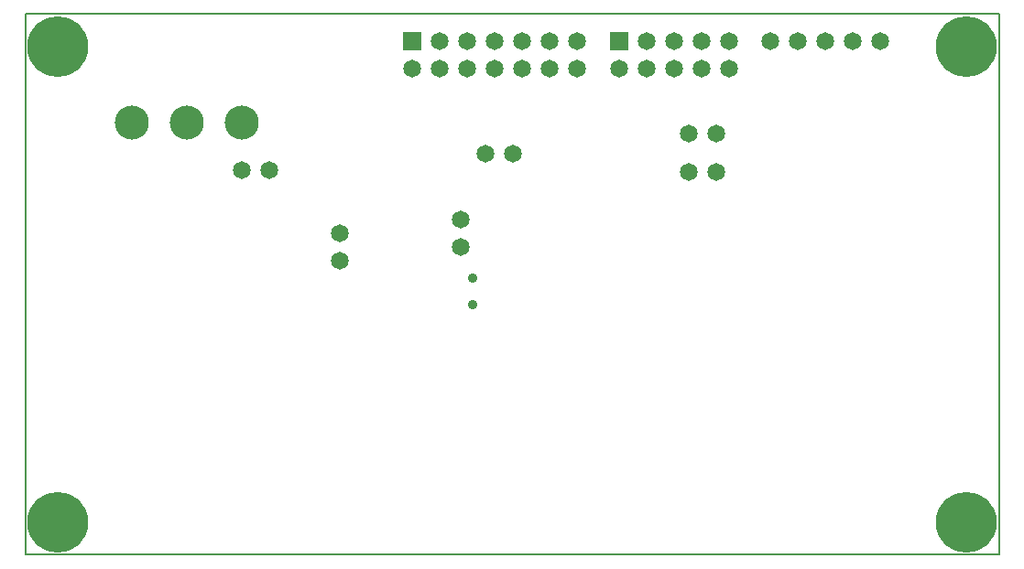
<source format=gts>
G04 Layer_Color=8388736*
%FSLAX25Y25*%
%MOIN*%
G70*
G01*
G75*
%ADD16C,0.00787*%
%ADD94C,0.03500*%
%ADD95C,0.06500*%
%ADD96R,0.06500X0.06500*%
%ADD97C,0.12400*%
%ADD98C,0.22154*%
%ADD99C,0.02100*%
G54D16*
X354329Y0D02*
Y196851D01*
X0Y0D02*
X354329D01*
X0Y196851D02*
X354329D01*
X0Y0D02*
Y196851D01*
G54D94*
X162882Y100739D02*
D03*
Y91140D02*
D03*
G54D95*
X114295Y116851D02*
D03*
Y106851D02*
D03*
X281033Y186921D02*
D03*
X291033D02*
D03*
X301033D02*
D03*
X311033D02*
D03*
X271033D02*
D03*
X200858Y176921D02*
D03*
Y186921D02*
D03*
X190858Y176921D02*
D03*
Y186921D02*
D03*
X180858Y176921D02*
D03*
Y186921D02*
D03*
X170858Y176921D02*
D03*
Y186921D02*
D03*
X160858Y176921D02*
D03*
Y186921D02*
D03*
X150858Y176921D02*
D03*
Y186921D02*
D03*
X140858Y176921D02*
D03*
X255995D02*
D03*
Y186921D02*
D03*
X245995Y176921D02*
D03*
Y186921D02*
D03*
X235995Y176921D02*
D03*
Y186921D02*
D03*
X225995Y176921D02*
D03*
Y186921D02*
D03*
X215995Y176921D02*
D03*
X88584Y139916D02*
D03*
X78584D02*
D03*
X251531Y153197D02*
D03*
X241531D02*
D03*
X251531Y139439D02*
D03*
X241531D02*
D03*
X158505Y112055D02*
D03*
Y122055D02*
D03*
X177304Y145831D02*
D03*
X167304D02*
D03*
G54D96*
X140858Y186921D02*
D03*
X215995D02*
D03*
G54D97*
X38582Y157451D02*
D03*
X58582D02*
D03*
X78582D02*
D03*
G54D98*
X11811Y11811D02*
D03*
X11811Y185040D02*
D03*
X342518D02*
D03*
X342518Y11811D02*
D03*
G54D99*
X162882Y100739D02*
D03*
Y91140D02*
D03*
M02*

</source>
